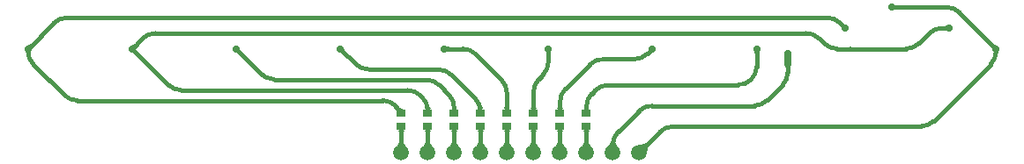
<source format=gbl>
G04*
G04 #@! TF.GenerationSoftware,Altium Limited,Altium Designer,22.6.1 (34)*
G04*
G04 Layer_Physical_Order=2*
G04 Layer_Color=16711680*
%FSTAX43Y43*%
%MOMM*%
G71*
G04*
G04 #@! TF.SameCoordinates,8B89C629-5D68-4BDA-90FB-FB159E748453*
G04*
G04*
G04 #@! TF.FilePolarity,Positive*
G04*
G01*
G75*
%ADD14C,0.400*%
%ADD15C,1.500*%
%ADD16C,0.700*%
%ADD17R,0.900X0.800*%
%ADD18C,0.700*%
G36*
X011776Y0041236D02*
X0117774Y0041229D01*
X0117791Y0041222D01*
X0117811Y0041216D01*
X0117834Y0041211D01*
X011786Y0041207D01*
X0117922Y0041202D01*
X0117997Y00412D01*
Y00408D01*
X0117958Y00408D01*
X011786Y0040793D01*
X0117834Y0040789D01*
X0117811Y0040784D01*
X0117791Y0040778D01*
X0117774Y0040771D01*
X011776Y0040764D01*
X011775Y0040755D01*
Y0041245D01*
X011776Y0041236D01*
D02*
G37*
G36*
X0112818Y0039466D02*
X0112892Y0039401D01*
X0112913Y0039385D01*
X0112933Y0039373D01*
X0112951Y0039363D01*
X0112968Y0039355D01*
X0112983Y0039351D01*
X0112996Y003935D01*
X011265Y0039004D01*
X0112649Y0039017D01*
X0112645Y0039032D01*
X0112637Y0039049D01*
X0112627Y0039067D01*
X0112615Y0039087D01*
X0112599Y0039108D01*
X0112559Y0039156D01*
X0112507Y003921D01*
X011279Y0039493D01*
X0112818Y0039466D01*
D02*
G37*
G36*
X012275Y0038755D02*
X012274Y0038764D01*
X0122726Y0038771D01*
X0122709Y0038778D01*
X0122689Y0038784D01*
X0122666Y0038789D01*
X012264Y0038793D01*
X0122578Y0038798D01*
X0122503Y00388D01*
Y00392D01*
X0122542Y00392D01*
X012264Y0039207D01*
X0122666Y0039211D01*
X0122689Y0039216D01*
X0122709Y0039222D01*
X0122726Y0039229D01*
X012274Y0039236D01*
X012275Y0039245D01*
Y0038755D01*
D02*
G37*
G36*
X0044993Y003721D02*
X0044966Y0037182D01*
X0044901Y0037108D01*
X0044885Y0037087D01*
X0044873Y0037067D01*
X0044863Y0037049D01*
X0044856Y0037032D01*
X0044851Y0037017D01*
X004485Y0037004D01*
X0044504Y003735D01*
X0044517Y0037351D01*
X0044532Y0037356D01*
X0044549Y0037363D01*
X0044567Y0037373D01*
X0044587Y0037385D01*
X0044608Y0037401D01*
X0044656Y0037441D01*
X004471Y0037493D01*
X0044993Y003721D01*
D02*
G37*
G36*
X0034993D02*
X0034966Y0037182D01*
X0034901Y0037108D01*
X0034885Y0037087D01*
X0034873Y0037067D01*
X0034863Y0037049D01*
X0034856Y0037032D01*
X0034851Y0037017D01*
X003485Y0037004D01*
X0034504Y003735D01*
X0034517Y0037351D01*
X0034532Y0037356D01*
X0034549Y0037363D01*
X0034567Y0037373D01*
X0034587Y0037385D01*
X0034608Y0037401D01*
X0034656Y0037441D01*
X003471Y0037493D01*
X0034993Y003721D01*
D02*
G37*
G36*
X0127318Y0037466D02*
X0127392Y0037401D01*
X0127413Y0037385D01*
X0127433Y0037373D01*
X0127451Y0037363D01*
X0127468Y0037356D01*
X0127483Y0037351D01*
X0127496Y003735D01*
X012715Y0037004D01*
X0127149Y0037017D01*
X0127145Y0037032D01*
X0127137Y0037049D01*
X0127127Y0037067D01*
X0127115Y0037087D01*
X0127099Y0037108D01*
X0127059Y0037156D01*
X0127007Y003721D01*
X012729Y0037493D01*
X0127318Y0037466D01*
D02*
G37*
G36*
X007476Y0037236D02*
X0074774Y0037229D01*
X0074791Y0037222D01*
X0074811Y0037216D01*
X0074834Y0037211D01*
X007486Y0037207D01*
X0074922Y0037202D01*
X0074997Y00372D01*
Y00368D01*
X0074958Y00368D01*
X007486Y0036793D01*
X0074834Y0036789D01*
X0074811Y0036784D01*
X0074791Y0036778D01*
X0074774Y0036771D01*
X007476Y0036764D01*
X007475Y0036755D01*
Y0037245D01*
X007476Y0037236D01*
D02*
G37*
G36*
X0094496Y003665D02*
X0094483Y0036649D01*
X0094468Y0036645D01*
X0094451Y0036637D01*
X0094433Y0036627D01*
X0094413Y0036615D01*
X0094392Y0036599D01*
X0094344Y0036559D01*
X009429Y0036507D01*
X0094007Y003679D01*
X0094034Y0036818D01*
X0094099Y0036892D01*
X0094115Y0036913D01*
X0094127Y0036933D01*
X0094137Y0036951D01*
X0094145Y0036968D01*
X0094149Y0036983D01*
X009415Y0036996D01*
X0094496Y003665D01*
D02*
G37*
G36*
X0064851Y0036983D02*
X0064855Y0036968D01*
X0064863Y0036951D01*
X0064873Y0036933D01*
X0064885Y0036913D01*
X0064901Y0036892D01*
X0064941Y0036844D01*
X0064993Y003679D01*
X006471Y0036507D01*
X0064682Y0036534D01*
X0064608Y0036599D01*
X0064587Y0036615D01*
X0064567Y0036627D01*
X0064549Y0036637D01*
X0064532Y0036645D01*
X0064517Y0036649D01*
X0064504Y003665D01*
X006485Y0036996D01*
X0064851Y0036983D01*
D02*
G37*
G36*
X0054851D02*
X0054856Y0036968D01*
X0054863Y0036951D01*
X0054873Y0036933D01*
X0054885Y0036913D01*
X0054901Y0036892D01*
X0054941Y0036844D01*
X0054993Y003679D01*
X005471Y0036507D01*
X0054682Y0036534D01*
X0054608Y0036599D01*
X0054587Y0036615D01*
X0054567Y0036627D01*
X0054549Y0036637D01*
X0054532Y0036645D01*
X0054517Y0036649D01*
X0054504Y003665D01*
X005485Y0036996D01*
X0054851Y0036983D01*
D02*
G37*
G36*
X0044851D02*
X0044856Y0036968D01*
X0044863Y0036951D01*
X0044873Y0036933D01*
X0044885Y0036913D01*
X0044901Y0036892D01*
X0044941Y0036844D01*
X0044993Y003679D01*
X004471Y0036507D01*
X0044682Y0036534D01*
X0044608Y0036599D01*
X0044587Y0036615D01*
X0044567Y0036627D01*
X0044549Y0036637D01*
X0044532Y0036645D01*
X0044517Y0036649D01*
X0044504Y003665D01*
X004485Y0036996D01*
X0044851Y0036983D01*
D02*
G37*
G36*
X0127743Y0036748D02*
X0127737Y003674D01*
X0127731Y0036729D01*
X0127725Y0036713D01*
X0127719Y0036694D01*
X0127707Y0036645D01*
X0127696Y0036582D01*
X0127685Y0036503D01*
X0127282Y0036504D01*
X0127287Y0036541D01*
X0127291Y0036606D01*
X0127291Y0036635D01*
X0127289Y0036661D01*
X0127285Y0036685D01*
X012728Y0036705D01*
X0127273Y0036724D01*
X0127264Y0036739D01*
X0127253Y0036752D01*
X0127743Y0036748D01*
D02*
G37*
G36*
X0034736Y0036739D02*
X0034727Y0036724D01*
X003472Y0036705D01*
X0034715Y0036685D01*
X0034711Y0036661D01*
X0034709Y0036635D01*
X0034709Y0036606D01*
X003471Y0036575D01*
X0034718Y0036504D01*
X0034315Y0036503D01*
X0034309Y0036544D01*
X0034281Y0036694D01*
X0034275Y0036713D01*
X0034269Y0036729D01*
X0034263Y003674D01*
X0034257Y0036748D01*
X0034747Y0036752D01*
X0034736Y0036739D01*
D02*
G37*
G36*
X0104736Y003674D02*
X0104729Y0036726D01*
X0104722Y0036709D01*
X0104716Y0036689D01*
X0104711Y0036666D01*
X0104707Y003664D01*
X0104702Y0036578D01*
X01047Y0036503D01*
X01043D01*
X01043Y0036542D01*
X0104293Y003664D01*
X0104289Y0036666D01*
X0104284Y0036689D01*
X0104278Y0036709D01*
X0104271Y0036726D01*
X0104264Y003674D01*
X0104255Y003675D01*
X0104745D01*
X0104736Y003674D01*
D02*
G37*
G36*
X0084736D02*
X0084729Y0036726D01*
X0084722Y0036709D01*
X0084716Y0036689D01*
X0084711Y0036666D01*
X0084707Y003664D01*
X0084702Y0036578D01*
X00847Y0036503D01*
X00843D01*
X00843Y0036542D01*
X0084293Y003664D01*
X0084289Y0036666D01*
X0084284Y0036689D01*
X0084278Y0036709D01*
X0084271Y0036726D01*
X0084264Y003674D01*
X0084255Y003675D01*
X0084745D01*
X0084736Y003674D01*
D02*
G37*
G36*
X0107736Y003524D02*
X0107729Y0035226D01*
X0107722Y0035209D01*
X0107716Y0035189D01*
X0107711Y0035166D01*
X0107707Y003514D01*
X0107702Y0035078D01*
X01077Y0035003D01*
X01073D01*
X01073Y0035042D01*
X0107293Y003514D01*
X0107289Y0035166D01*
X0107284Y0035189D01*
X0107278Y0035209D01*
X0107271Y0035226D01*
X0107264Y003524D01*
X0107255Y003525D01*
X0107745D01*
X0107736Y003524D01*
D02*
G37*
G36*
X0088357Y0031194D02*
X0087943D01*
X0087944Y0031196D01*
X0087945Y0031202D01*
X0087946Y0031213D01*
X0087948Y0031247D01*
X008795Y0031404D01*
X008835D01*
X0088357Y0031194D01*
D02*
G37*
G36*
X0085812Y003152D02*
X0085818Y0031452D01*
X0085828Y0031391D01*
X0085842Y0031339D01*
X008586Y0031295D01*
X0085882Y0031258D01*
X0085908Y003123D01*
X0085938Y003121D01*
X0085972Y0031198D01*
X008601Y0031194D01*
X008521D01*
X0085248Y0031198D01*
X0085282Y003121D01*
X0085312Y003123D01*
X0085338Y0031258D01*
X008536Y0031295D01*
X0085378Y0031339D01*
X0085392Y0031391D01*
X0085402Y0031452D01*
X0085408Y003152D01*
X008541Y0031597D01*
X008581D01*
X0085812Y003152D01*
D02*
G37*
G36*
X0083272D02*
X0083278Y0031452D01*
X0083288Y0031391D01*
X0083302Y0031339D01*
X008332Y0031295D01*
X0083342Y0031258D01*
X0083368Y003123D01*
X0083398Y003121D01*
X0083432Y0031198D01*
X008347Y0031194D01*
X008267D01*
X0082708Y0031198D01*
X0082742Y003121D01*
X0082772Y003123D01*
X0082798Y0031258D01*
X008282Y0031295D01*
X0082838Y0031339D01*
X0082852Y0031391D01*
X0082862Y0031452D01*
X0082868Y003152D01*
X008287Y0031597D01*
X008327D01*
X0083272Y003152D01*
D02*
G37*
G36*
X0080702D02*
X0080708Y0031452D01*
X0080718Y0031391D01*
X0080732Y0031339D01*
X008075Y0031295D01*
X0080772Y0031258D01*
X0080798Y003123D01*
X0080828Y003121D01*
X0080862Y0031198D01*
X00809Y0031194D01*
X00801D01*
X0080138Y0031198D01*
X0080172Y003121D01*
X0080202Y003123D01*
X0080228Y0031258D01*
X008025Y0031295D01*
X0080268Y0031339D01*
X0080282Y0031391D01*
X0080292Y0031452D01*
X0080298Y003152D01*
X00803Y0031597D01*
X00807D01*
X0080702Y003152D01*
D02*
G37*
G36*
X0078094Y0031511D02*
X0078118Y0031444D01*
X0078143Y0031386D01*
X0078171Y0031335D01*
X00782Y0031292D01*
X0078232Y0031257D01*
X0078265Y0031229D01*
X00783Y003121D01*
X0078337Y0031198D01*
X0078376Y0031194D01*
X007755D01*
X0077586Y0031198D01*
X0077617Y0031209D01*
X0077641Y0031229D01*
X007766Y0031255D01*
X0077672Y003129D01*
X0077679Y0031332D01*
X0077679Y0031382D01*
X0077673Y003144D01*
X0077662Y0031505D01*
X0077644Y0031579D01*
X0078072Y0031585D01*
X0078094Y0031511D01*
D02*
G37*
G36*
X0073048Y0031514D02*
X0073068Y0031447D01*
X007309Y0031388D01*
X0073114Y0031336D01*
X0073141Y0031293D01*
X007317Y0031257D01*
X0073202Y003123D01*
X0073235Y003121D01*
X0073272Y0031198D01*
X007331Y0031194D01*
X0072495D01*
X0072532Y0031198D01*
X0072563Y003121D01*
X0072588Y0031229D01*
X0072608Y0031257D01*
X0072622Y0031292D01*
X0072631Y0031335D01*
X0072635Y0031386D01*
X0072632Y0031445D01*
X0072625Y0031511D01*
X0072611Y0031586D01*
X0073031Y003159D01*
X0073048Y0031514D01*
D02*
G37*
G36*
X0070115Y0031439D02*
X0070245Y0031307D01*
X0070304Y0031258D01*
X0070358Y003122D01*
X0070407Y0031192D01*
X0070453Y0031176D01*
X0070494Y0031171D01*
X007053Y0031177D01*
X0070562Y0031194D01*
X0069926Y0030717D01*
X0069953Y0030745D01*
X0069968Y003078D01*
X0069972Y0030823D01*
X0069965Y0030872D01*
X0069946Y003093D01*
X0069915Y0030994D01*
X0069874Y0031066D01*
X0069821Y0031145D01*
X006968Y0031325D01*
X0070044Y0031522D01*
X0070115Y0031439D01*
D02*
G37*
G36*
X0088512Y0029099D02*
X0088478Y0029087D01*
X0088448Y0029067D01*
X0088422Y0029039D01*
X00884Y0029003D01*
X0088382Y0028959D01*
X0088368Y0028907D01*
X0088358Y0028847D01*
X0088352Y0028779D01*
X008835Y0028703D01*
X008795D01*
X0087948Y0028779D01*
X0087942Y0028847D01*
X0087932Y0028907D01*
X0087918Y0028959D01*
X00879Y0029003D01*
X0087878Y0029039D01*
X0087852Y0029067D01*
X0087822Y0029087D01*
X0087788Y0029099D01*
X008775Y0029103D01*
X008855D01*
X0088512Y0029099D01*
D02*
G37*
G36*
X0085972D02*
X0085938Y0029087D01*
X0085908Y0029067D01*
X0085882Y0029039D01*
X008586Y0029003D01*
X0085842Y0028959D01*
X0085828Y0028907D01*
X0085818Y0028847D01*
X0085812Y0028779D01*
X008581Y0028703D01*
X008541D01*
X0085408Y0028779D01*
X0085402Y0028847D01*
X0085392Y0028907D01*
X0085378Y0028959D01*
X008536Y0029003D01*
X0085338Y0029039D01*
X0085312Y0029067D01*
X0085282Y0029087D01*
X0085248Y0029099D01*
X008521Y0029103D01*
X008601D01*
X0085972Y0029099D01*
D02*
G37*
G36*
X0083432D02*
X0083398Y0029087D01*
X0083368Y0029067D01*
X0083342Y0029039D01*
X008332Y0029003D01*
X0083302Y0028959D01*
X0083288Y0028907D01*
X0083278Y0028847D01*
X0083272Y0028779D01*
X008327Y0028703D01*
X008287D01*
X0082868Y0028779D01*
X0082862Y0028847D01*
X0082852Y0028907D01*
X0082838Y0028959D01*
X008282Y0029003D01*
X0082798Y0029039D01*
X0082772Y0029067D01*
X0082742Y0029087D01*
X0082708Y0029099D01*
X008267Y0029103D01*
X008347D01*
X0083432Y0029099D01*
D02*
G37*
G36*
X0080892D02*
X0080858Y0029087D01*
X0080828Y0029067D01*
X0080802Y0029039D01*
X008078Y0029003D01*
X0080762Y0028959D01*
X0080748Y0028907D01*
X0080738Y0028847D01*
X0080732Y0028779D01*
X008073Y0028703D01*
X008033D01*
X0080328Y0028779D01*
X0080322Y0028847D01*
X0080312Y0028907D01*
X0080298Y0028959D01*
X008028Y0029003D01*
X0080258Y0029039D01*
X0080232Y0029067D01*
X0080202Y0029087D01*
X0080168Y0029099D01*
X008013Y0029103D01*
X008093D01*
X0080892Y0029099D01*
D02*
G37*
G36*
X0078352D02*
X0078318Y0029087D01*
X0078288Y0029067D01*
X0078262Y0029039D01*
X007824Y0029003D01*
X0078222Y0028959D01*
X0078208Y0028907D01*
X0078198Y0028847D01*
X0078192Y0028779D01*
X007819Y0028703D01*
X007779D01*
X0077788Y0028779D01*
X0077782Y0028847D01*
X0077772Y0028907D01*
X0077758Y0028959D01*
X007774Y0029003D01*
X0077718Y0029039D01*
X0077692Y0029067D01*
X0077662Y0029087D01*
X0077628Y0029099D01*
X007759Y0029103D01*
X007839D01*
X0078352Y0029099D01*
D02*
G37*
G36*
X0075812D02*
X0075778Y0029087D01*
X0075748Y0029067D01*
X0075722Y0029039D01*
X00757Y0029003D01*
X0075682Y0028959D01*
X0075668Y0028907D01*
X0075658Y0028847D01*
X0075652Y0028779D01*
X007565Y0028703D01*
X007525D01*
X0075248Y0028779D01*
X0075242Y0028847D01*
X0075232Y0028907D01*
X0075218Y0028959D01*
X00752Y0029003D01*
X0075178Y0029039D01*
X0075152Y0029067D01*
X0075122Y0029087D01*
X0075088Y0029099D01*
X007505Y0029103D01*
X007585D01*
X0075812Y0029099D01*
D02*
G37*
G36*
X0073272D02*
X0073238Y0029087D01*
X0073208Y0029067D01*
X0073182Y0029039D01*
X007316Y0029003D01*
X0073142Y0028959D01*
X0073128Y0028907D01*
X0073118Y0028847D01*
X0073112Y0028779D01*
X007311Y0028703D01*
X007271D01*
X0072708Y0028779D01*
X0072702Y0028847D01*
X0072692Y0028907D01*
X0072678Y0028959D01*
X007266Y0029003D01*
X0072638Y0029039D01*
X0072612Y0029067D01*
X0072582Y0029087D01*
X0072548Y0029099D01*
X007251Y0029103D01*
X007331D01*
X0073272Y0029099D01*
D02*
G37*
G36*
X0070732D02*
X0070698Y0029087D01*
X0070668Y0029067D01*
X0070642Y0029039D01*
X007062Y0029003D01*
X0070602Y0028959D01*
X0070588Y0028907D01*
X0070578Y0028847D01*
X0070572Y0028779D01*
X007057Y0028703D01*
X007017D01*
X0070168Y0028779D01*
X0070162Y0028847D01*
X0070152Y0028907D01*
X0070138Y0028959D01*
X007012Y0029003D01*
X0070098Y0029039D01*
X0070072Y0029067D01*
X0070042Y0029087D01*
X0070008Y0029099D01*
X006997Y0029103D01*
X007077D01*
X0070732Y0029099D01*
D02*
G37*
G36*
X0088353Y0028109D02*
X0088363Y0028045D01*
X0088379Y0027982D01*
X0088402Y0027918D01*
X0088431Y0027854D01*
X0088467Y002779D01*
X0088509Y0027727D01*
X0088558Y0027663D01*
X0088613Y0027599D01*
X0088675Y0027536D01*
X0087625D01*
X0087687Y0027599D01*
X0087742Y0027663D01*
X0087791Y0027727D01*
X0087833Y002779D01*
X0087869Y0027854D01*
X0087898Y0027918D01*
X0087921Y0027982D01*
X0087937Y0028045D01*
X0087947Y0028109D01*
X008795Y0028173D01*
X008835D01*
X0088353Y0028109D01*
D02*
G37*
G36*
X0085813D02*
X0085823Y0028045D01*
X0085839Y0027982D01*
X0085862Y0027918D01*
X0085891Y0027854D01*
X0085927Y002779D01*
X0085969Y0027727D01*
X0086018Y0027663D01*
X0086073Y0027599D01*
X0086135Y0027536D01*
X0085085D01*
X0085147Y0027599D01*
X0085202Y0027663D01*
X0085251Y0027727D01*
X0085293Y002779D01*
X0085329Y0027854D01*
X0085358Y0027918D01*
X0085381Y0027982D01*
X0085397Y0028045D01*
X0085407Y0028109D01*
X008541Y0028173D01*
X008581D01*
X0085813Y0028109D01*
D02*
G37*
G36*
X0083273D02*
X0083283Y0028045D01*
X0083299Y0027982D01*
X0083322Y0027918D01*
X0083351Y0027854D01*
X0083387Y002779D01*
X0083429Y0027727D01*
X0083478Y0027663D01*
X0083533Y0027599D01*
X0083595Y0027536D01*
X0082545D01*
X0082607Y0027599D01*
X0082662Y0027663D01*
X0082711Y0027727D01*
X0082753Y002779D01*
X0082789Y0027854D01*
X0082818Y0027918D01*
X0082841Y0027982D01*
X0082857Y0028045D01*
X0082867Y0028109D01*
X008287Y0028173D01*
X008327D01*
X0083273Y0028109D01*
D02*
G37*
G36*
X0080733D02*
X0080743Y0028045D01*
X0080759Y0027982D01*
X0080782Y0027918D01*
X0080811Y0027854D01*
X0080847Y002779D01*
X0080889Y0027727D01*
X0080938Y0027663D01*
X0080993Y0027599D01*
X0081055Y0027536D01*
X0080005D01*
X0080067Y0027599D01*
X0080122Y0027663D01*
X0080171Y0027727D01*
X0080213Y002779D01*
X0080249Y0027854D01*
X0080278Y0027918D01*
X0080301Y0027982D01*
X0080317Y0028045D01*
X0080327Y0028109D01*
X008033Y0028173D01*
X008073D01*
X0080733Y0028109D01*
D02*
G37*
G36*
X0078193D02*
X0078203Y0028045D01*
X0078219Y0027982D01*
X0078242Y0027918D01*
X0078271Y0027854D01*
X0078307Y002779D01*
X0078349Y0027727D01*
X0078398Y0027663D01*
X0078453Y0027599D01*
X0078515Y0027536D01*
X0077465D01*
X0077527Y0027599D01*
X0077582Y0027663D01*
X0077631Y0027727D01*
X0077673Y002779D01*
X0077709Y0027854D01*
X0077738Y0027918D01*
X0077761Y0027982D01*
X0077777Y0028045D01*
X0077787Y0028109D01*
X007779Y0028173D01*
X007819D01*
X0078193Y0028109D01*
D02*
G37*
G36*
X0075653D02*
X0075663Y0028045D01*
X0075679Y0027982D01*
X0075702Y0027918D01*
X0075731Y0027854D01*
X0075767Y002779D01*
X0075809Y0027727D01*
X0075858Y0027663D01*
X0075913Y0027599D01*
X0075975Y0027536D01*
X0074925D01*
X0074987Y0027599D01*
X0075042Y0027663D01*
X0075091Y0027727D01*
X0075133Y002779D01*
X0075169Y0027854D01*
X0075198Y0027918D01*
X0075221Y0027982D01*
X0075237Y0028045D01*
X0075247Y0028109D01*
X007525Y0028173D01*
X007565D01*
X0075653Y0028109D01*
D02*
G37*
G36*
X0073113D02*
X0073123Y0028045D01*
X0073139Y0027982D01*
X0073162Y0027918D01*
X0073191Y0027854D01*
X0073227Y002779D01*
X0073269Y0027727D01*
X0073318Y0027663D01*
X0073373Y0027599D01*
X0073435Y0027536D01*
X0072385D01*
X0072447Y0027599D01*
X0072502Y0027663D01*
X0072551Y0027727D01*
X0072593Y002779D01*
X0072629Y0027854D01*
X0072658Y0027918D01*
X0072681Y0027982D01*
X0072697Y0028045D01*
X0072707Y0028109D01*
X007271Y0028173D01*
X007311D01*
X0073113Y0028109D01*
D02*
G37*
G36*
X0070573D02*
X0070583Y0028045D01*
X0070599Y0027982D01*
X0070622Y0027918D01*
X0070651Y0027854D01*
X0070687Y002779D01*
X0070729Y0027727D01*
X0070778Y0027663D01*
X0070833Y0027599D01*
X0070895Y0027536D01*
X0069845D01*
X0069907Y0027599D01*
X0069962Y0027663D01*
X0070011Y0027727D01*
X0070053Y002779D01*
X0070089Y0027854D01*
X0070118Y0027918D01*
X0070141Y0027982D01*
X0070157Y0028045D01*
X0070167Y0028109D01*
X007017Y0028173D01*
X007057D01*
X0070573Y0028109D01*
D02*
G37*
G36*
X0090941Y0028145D02*
X0090931Y002809D01*
X0090929Y0028034D01*
X0090936Y0027976D01*
X0090951Y0027917D01*
X0090974Y0027857D01*
X0091006Y0027795D01*
X0091046Y0027732D01*
X0091094Y0027668D01*
X009115Y0027602D01*
X0091215Y0027536D01*
X0090165Y0027536D01*
X0090218Y0027591D01*
X0090269Y002765D01*
X0090315Y0027713D01*
X0090359Y0027778D01*
X00904Y0027848D01*
X0090437Y002792D01*
X0090471Y0027996D01*
X0090529Y0028159D01*
X0090554Y0028245D01*
X0090941Y0028145D01*
D02*
G37*
G36*
X0094201Y0027688D02*
X0094158Y0027641D01*
X009412Y0027589D01*
X0094086Y0027532D01*
X0094057Y0027471D01*
X0094033Y0027405D01*
X0094013Y0027335D01*
X0093998Y002726D01*
X0093987Y002718D01*
X0093981Y0027096D01*
X009398Y0027007D01*
X0093238Y002775D01*
X0093326Y0027751D01*
X009341Y0027757D01*
X009349Y0027768D01*
X0093565Y0027783D01*
X0093635Y0027803D01*
X0093701Y0027827D01*
X0093762Y0027856D01*
X0093819Y002789D01*
X0093871Y0027928D01*
X0093918Y0027971D01*
X0094201Y0027688D01*
D02*
G37*
D14*
X0120254Y00295D02*
G03*
X0121526Y0030026I0J00018D01*
G01*
X0124026Y0040474D02*
G03*
X0122754Y0041I-0001271J-0001274D01*
G01*
X0070154Y0031001D02*
G03*
X0068542Y0032I-0001612J-0000801D01*
G01*
X0110974Y0037527D02*
G03*
X0112246Y0037I0001272J0001273D01*
G01*
X011053Y003797D02*
G03*
X0109254Y00385I-0001276J-000127D01*
G01*
X0046746D02*
G03*
X0045474Y0037974I0J-00018D01*
G01*
X007291Y0031032D02*
G03*
X0072381Y0032307I-00018J0D01*
G01*
X0127499Y0037001D02*
G03*
X01275Y0037I0001271J0001275D01*
G01*
X0126974Y0035474D02*
G03*
X01275Y0036746I-0001274J0001271D01*
G01*
X007545Y0031304D02*
G03*
X0074921Y0032579I-00018J0D01*
G01*
X0112527Y0039473D02*
G03*
X0111254Y004I-0001273J-0001273D01*
G01*
X0104254Y00315D02*
G03*
X0105526Y0032026I0J00018D01*
G01*
X0094446Y00315D02*
G03*
X0093174Y0030974I0J-00018D01*
G01*
X0091216Y0029016D02*
G03*
X009069Y0027744I0001274J-0001271D01*
G01*
X0037974Y0032526D02*
G03*
X0039246Y0032I0001271J0001274D01*
G01*
X0038246Y004D02*
G03*
X0036974Y0039474I0J-00018D01*
G01*
X0118854Y0037D02*
G03*
X0120126Y0037526I0J00018D01*
G01*
X0096476Y00295D02*
G03*
X0095204Y0028974I0J-00018D01*
G01*
X0072217Y0032471D02*
G03*
X0070942Y0033I-0001275J-0001271D01*
G01*
X00345Y0036746D02*
G03*
X0035026Y0035474I00018J0D01*
G01*
X0057334Y0034248D02*
G03*
X0058246Y0034I0000912J0001552D01*
G01*
X0074029Y0033471D02*
G03*
X0072754Y0034I-0001275J-0001271D01*
G01*
X0077529Y0036471D02*
G03*
X0076254Y0037I-0001275J-0001271D01*
G01*
X0090246Y00335D02*
G03*
X0088974Y0032974I0J-00018D01*
G01*
X0094499Y0036999D02*
G03*
X00945Y0037I-0001274J0001271D01*
G01*
X0092754Y0036D02*
G03*
X0094026Y0036526I0J00018D01*
G01*
X0089746Y0036D02*
G03*
X0088474Y0035474I0J-00018D01*
G01*
X0122346Y0039D02*
G03*
X0121074Y0038474I0J-00018D01*
G01*
X0086136Y0033136D02*
G03*
X008561Y0031864I0001274J-0001271D01*
G01*
X0083974Y0034474D02*
G03*
X00845Y0035746I-0001274J0001271D01*
G01*
X0083596Y0034096D02*
G03*
X008307Y0032824I0001274J-0001271D01*
G01*
X0065974Y0035526D02*
G03*
X0067246Y0035I0001271J0001274D01*
G01*
X01027Y00335D02*
G03*
X01045Y00353I0J00018D01*
G01*
X0113477Y0037D02*
G03*
X011348Y0037I0J00018D01*
G01*
X0056974Y0034526D02*
G03*
X0057334Y0034248I0001271J0001274D01*
G01*
X0106974Y0033474D02*
G03*
X01075Y0034746I-0001274J0001271D01*
G01*
X0047974Y0033526D02*
G03*
X0049246Y0033I0001271J0001274D01*
G01*
X00805Y0032754D02*
G03*
X0079971Y0034029I-00018J0D01*
G01*
X0088676Y0032676D02*
G03*
X008815Y0031404I0001274J-0001271D01*
G01*
X0075185Y0034469D02*
G03*
X0073909Y0035I-0001276J-0001269D01*
G01*
X0077982Y0031005D02*
G03*
X0077457Y0032198I-0001798J-000008D01*
G01*
X01175Y0041D02*
X0122754D01*
X01275Y0036746D02*
Y0037D01*
X0124026Y0040474D02*
X0127499Y0037001D01*
X0096476Y00295D02*
X0120254D01*
X0121526Y0030026D02*
X0126974Y0035474D01*
X011053Y003797D02*
X0110974Y0037527D01*
X0072217Y0032471D02*
X0072381Y0032307D01*
X0046746Y00385D02*
X0109254D01*
X0039246Y0032D02*
X0068542D01*
X0112527Y0039473D02*
X0113Y0039D01*
X00345Y0036746D02*
Y0037D01*
X0070154Y0031D02*
X007037Y00308D01*
X00445Y0037D02*
X0045474Y0037974D01*
X0074029Y0033471D02*
X0074921Y0032579D01*
X0075185Y0034469D02*
X0077457Y0032198D01*
X0112246Y0037D02*
X0113477D01*
X0120126Y0037526D02*
X0121074Y0038474D01*
X0122346Y0039D02*
X0123D01*
X009323Y0027D02*
X0095204Y0028974D01*
X00345Y0037D02*
X0036974Y0039474D01*
X00745Y0037D02*
X0076254D01*
X00805Y0031D02*
Y0032754D01*
Y0031D02*
X008053Y00308D01*
X0077529Y0036471D02*
X0079971Y0034029D01*
X00845Y0035746D02*
Y0037D01*
X0089746Y0036D02*
X0092754D01*
X008815Y00308D02*
Y0031404D01*
X01045Y00353D02*
Y0037D01*
X0088676Y0032676D02*
X0088974Y0032974D01*
X0105526Y0032026D02*
X0106974Y0033474D01*
X009069Y0027D02*
Y0027744D01*
X0094446Y00315D02*
X0104254D01*
X00445Y0037D02*
X0047974Y0033526D01*
X00545Y0037D02*
X0056974Y0034526D01*
X007545Y0031D02*
X007545Y00308D01*
X0067246Y0035D02*
X0073909D01*
X00645Y0037D02*
X0065974Y0035526D01*
X011348Y0037D02*
X0118854D01*
X0038246Y004D02*
X0111254D01*
X0049246Y0033D02*
X0070942D01*
X0077982Y0031D02*
X007799Y00308D01*
X0077982Y0031D02*
Y0031005D01*
X008307Y00308D02*
Y0032824D01*
X0083596Y0034096D02*
X0083974Y0034474D01*
X0086136Y0033136D02*
X0088474Y0035474D01*
X008561Y00308D02*
Y0031864D01*
X007291Y0031D02*
X007291Y00308D01*
X0090246Y00335D02*
X01027D01*
X0094026Y0036526D02*
X0094499Y0036999D01*
X0091216Y0029016D02*
X0093174Y0030974D01*
X01075Y0034746D02*
Y00355D01*
X0058246Y0034D02*
X0072754D01*
X0035026Y0035474D02*
X0037974Y0032526D01*
X007291Y0031D02*
Y0031032D01*
X0070154Y0031D02*
Y0031001D01*
X007545Y0031D02*
Y0031304D01*
X007037Y0027D02*
Y00295D01*
X007291Y0027D02*
Y00295D01*
X008307Y0027D02*
Y00295D01*
X007545Y0027D02*
Y00295D01*
X007799Y0027D02*
Y0029536D01*
X008053Y0027D02*
Y00295D01*
X008815Y0027D02*
Y00295D01*
X008561Y0027D02*
Y00295D01*
D15*
X007037Y0027D02*
D03*
X007291D02*
D03*
X007545D02*
D03*
X007799D02*
D03*
X008053D02*
D03*
X008307D02*
D03*
X008561D02*
D03*
X008815D02*
D03*
X009323D02*
D03*
X009069D02*
D03*
D16*
X01075Y00355D02*
D03*
X01275Y0037D02*
D03*
X0123Y0039D02*
D03*
X01175Y0041D02*
D03*
X0113Y0039D02*
D03*
X01045Y0037D02*
D03*
X00945D02*
D03*
X00845D02*
D03*
X00745D02*
D03*
X00645D02*
D03*
X00545D02*
D03*
X00445D02*
D03*
X00345D02*
D03*
X01075Y00365D02*
D03*
D17*
X008815Y00295D02*
D03*
Y00308D02*
D03*
X008561Y00295D02*
D03*
Y00308D02*
D03*
X008307Y00295D02*
D03*
Y00308D02*
D03*
X008053Y00295D02*
D03*
Y00308D02*
D03*
X007799Y00295D02*
D03*
Y00308D02*
D03*
X007545Y00295D02*
D03*
Y00308D02*
D03*
X007291Y00295D02*
D03*
Y00308D02*
D03*
X007037Y00295D02*
D03*
Y00308D02*
D03*
D18*
X01075Y00355D02*
Y00365D01*
M02*

</source>
